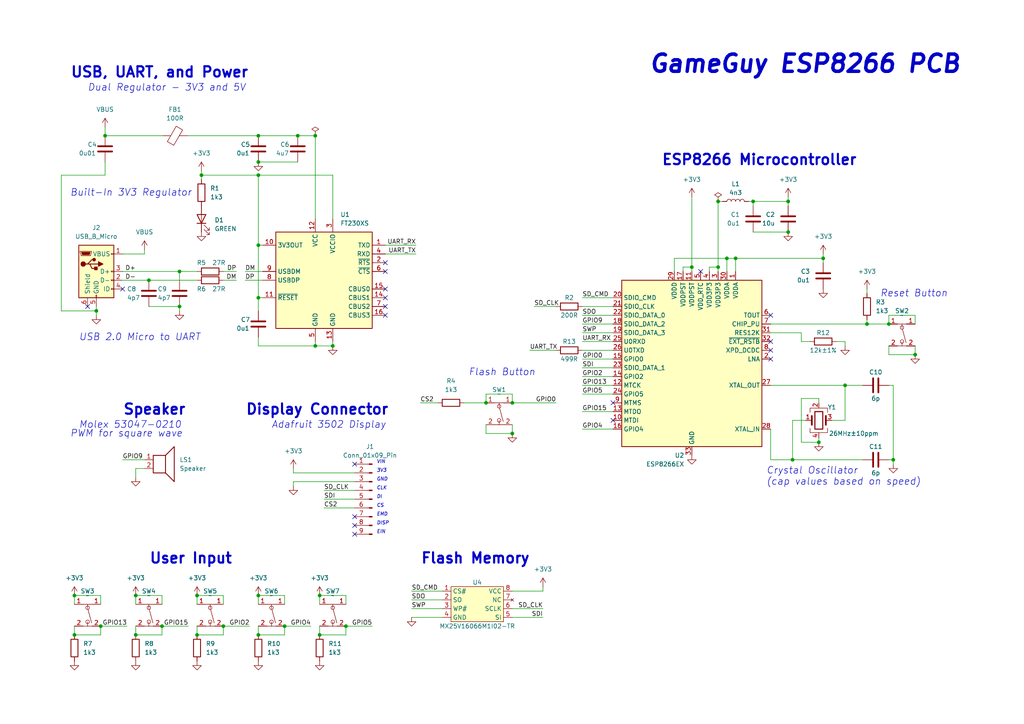
<source format=kicad_sch>
(kicad_sch (version 20231120) (generator "eeschema") (generator_version "8.0")
  (paper "A4")
  (title_block (title "GamerGuy") (date "2024-06-24") (rev "0.1") (company "Isaac Longo") (comment 1 "Untested and Unrevised"))
  (lib_symbols
    (symbol "Connector:Conn_01x09_Pin" (pin_names (offset 1.016) hide)
      (property "Reference" "J" (at 0 12.7 0))
      (property "Value" "Conn_01x09_Pin" (at 0 -12.7 0))
      (symbol "Conn_01x09_Pin_1_1"
        (pin passive line (at 5.08 10.16 180) (length 3.81) (name "Pin_1") (number "1"))
        (pin passive line (at 5.08 7.62 180) (length 3.81) (name "Pin_2") (number "2"))
        (pin passive line (at 5.08 5.08 180) (length 3.81) (name "Pin_3") (number "3"))
        (pin passive line (at 5.08 2.54 180) (length 3.81) (name "Pin_4") (number "4"))
        (pin passive line (at 5.08 0 180) (length 3.81) (name "Pin_5") (number "5"))
        (pin passive line (at 5.08 -2.54 180) (length 3.81) (name "Pin_6") (number "6"))
        (pin passive line (at 5.08 -5.08 180) (length 3.81) (name "Pin_7") (number "7"))
        (pin passive line (at 5.08 -7.62 180) (length 3.81) (name "Pin_8") (number "8"))
        (pin passive line (at 5.08 -10.16 180) (length 3.81) (name "Pin_9") (number "9"))
      )
    )
    (symbol "Connector:USB_B_Micro" (pin_names (offset 1.016))
      (property "Reference" "J" (at -5.08 11.43 0))
      (property "Value" "USB_B_Micro" (at -5.08 8.89 0))
      (symbol "USB_B_Micro_1_1"
        (pin power_out line (at 7.62 5.08 180) (length 2.54) (name "VBUS") (number "1"))
        (pin bidirectional line (at 7.62 -2.54 180) (length 2.54) (name "D-") (number "2"))
        (pin bidirectional line (at 7.62 0 180) (length 2.54) (name "D+") (number "3"))
        (pin passive line (at 7.62 -5.08 180) (length 2.54) (name "ID") (number "4"))
        (pin power_out line (at 0 -10.16 90) (length 2.54) (name "GND") (number "5"))
        (pin passive line (at -2.54 -10.16 90) (length 2.54) (name "Shield") (number "6"))
      )
    )
    (symbol "Device:C" (pin_numbers hide) (pin_names (offset 0.254))
      (property "Reference" "C" (at 0.635 2.54 0))
      (property "Value" "C" (at 0.635 -2.54 0))
      (symbol "C_1_1"
        (pin passive line (at 0 3.81 270) (length 2.794) (name "~") (number "1"))
        (pin passive line (at 0 -3.81 90) (length 2.794) (name "~") (number "2"))
      )
    )
    (symbol "Device:Crystal_GND24" (pin_names (offset 1.016) hide)
      (property "Reference" "Y" (at 3.175 5.08 0))
      (property "Value" "Crystal_GND24" (at 3.175 3.175 0))
      (symbol "Crystal_GND24_1_1"
        (pin passive line (at -3.81 0 0) (length 1.27) (name "1") (number "1"))
        (pin passive line (at 0 5.08 270) (length 1.27) (name "2") (number "2"))
        (pin passive line (at 3.81 0 180) (length 1.27) (name "3") (number "3"))
        (pin passive line (at 0 -5.08 90) (length 1.27) (name "4") (number "4"))
      )
    )
    (symbol "Device:FerriteBead" (pin_numbers hide) (pin_names (offset 0))
      (property "Reference" "FB" (at -3.81 0.635 90))
      (property "Value" "FerriteBead" (at 3.81 0 90))
      (symbol "FerriteBead_1_1"
        (pin passive line (at 0 3.81 270) (length 2.54) (name "~") (number "1"))
        (pin passive line (at 0 -3.81 90) (length 2.54) (name "~") (number "2"))
      )
    )
    (symbol "Device:L" (pin_numbers hide) (pin_names (offset 1.016) hide)
      (property "Reference" "L" (at -1.27 0 90))
      (property "Value" "L" (at 1.905 0 90))
      (symbol "L_1_1"
        (pin passive line (at 0 3.81 270) (length 1.27) (name "1") (number "1"))
        (pin passive line (at 0 -3.81 90) (length 1.27) (name "2") (number "2"))
      )
    )
    (symbol "Device:LED" (pin_numbers hide) (pin_names (offset 1.016) hide)
      (property "Reference" "D" (at 0 2.54 0))
      (property "Value" "LED" (at 0 -2.54 0))
      (symbol "LED_1_1"
        (pin passive line (at -3.81 0 0) (length 2.54) (name "K") (number "1"))
        (pin passive line (at 3.81 0 180) (length 2.54) (name "A") (number "2"))
      )
    )
    (symbol "Device:R" (pin_numbers hide) (pin_names (offset 0))
      (property "Reference" "R" (at 2.032 0 90))
      (property "Value" "R" (at 0 0 90))
      (symbol "R_1_1"
        (pin passive line (at 0 3.81 270) (length 1.27) (name "~") (number "1"))
        (pin passive line (at 0 -3.81 90) (length 1.27) (name "~") (number "2"))
      )
    )
    (symbol "Device:Speaker" (pin_names (offset 0) hide)
      (property "Reference" "LS" (at 1.27 5.715 0))
      (property "Value" "Speaker" (at 1.27 3.81 0))
      (symbol "Speaker_1_1"
        (pin input line (at -5.08 0 0) (length 2.54) (name "1") (number "1"))
        (pin input line (at -5.08 -2.54 0) (length 2.54) (name "2") (number "2"))
      )
    )
    (symbol "Interface_USB:FT230XS"
      (property "Reference" "U" (at -13.97 15.24 0))
      (property "Value" "FT230XS" (at 7.62 15.24 0))
      (symbol "FT230XS_1_1"
        (pin output line (at 17.78 10.16 180) (length 3.81) (name "TXD") (number "1"))
        (pin power_out line (at -17.78 10.16 0) (length 3.81) (name "3V3OUT") (number "10"))
        (pin input line (at -17.78 -5.08 0) (length 3.81) (name "~{RESET}") (number "11"))
        (pin power_in line (at -2.54 17.78 270) (length 3.81) (name "VCC") (number "12"))
        (pin power_in line (at 2.54 -17.78 90) (length 3.81) (name "GND") (number "13"))
        (pin bidirectional line (at 17.78 -5.08 180) (length 3.81) (name "CBUS1") (number "14"))
        (pin bidirectional line (at 17.78 -2.54 180) (length 3.81) (name "CBUS0") (number "15"))
        (pin bidirectional line (at 17.78 -10.16 180) (length 3.81) (name "CBUS3") (number "16"))
        (pin output line (at 17.78 5.08 180) (length 3.81) (name "~{RTS}") (number "2"))
        (pin power_in line (at 2.54 17.78 270) (length 3.81) (name "VCCIO") (number "3"))
        (pin input line (at 17.78 7.62 180) (length 3.81) (name "RXD") (number "4"))
        (pin power_in line (at -2.54 -17.78 90) (length 3.81) (name "GND") (number "5"))
        (pin input line (at 17.78 2.54 180) (length 3.81) (name "~{CTS}") (number "6"))
        (pin bidirectional line (at 17.78 -7.62 180) (length 3.81) (name "CBUS2") (number "7"))
        (pin bidirectional line (at -17.78 0 0) (length 3.81) (name "USBDP") (number "8"))
        (pin bidirectional line (at -17.78 2.54 0) (length 3.81) (name "USBDM") (number "9"))
      )
    )
    (symbol "MCU_Espressif:ESP8266EX"
      (property "Reference" "U" (at 0 2.54 0))
      (property "Value" "ESP8266EX" (at 0 -2.54 0))
      (symbol "ESP8266EX_1_1"
        (pin power_in line (at -12.7 25.4 270) (length 2.54) (name "VDDA") (number "1"))
        (pin bidirectional line (at 22.86 -17.78 180) (length 2.54) (name "MTDI") (number "10"))
        (pin power_in line (at 0 25.4 270) (length 2.54) (name "VDDPST") (number "11"))
        (pin bidirectional line (at 22.86 -7.62 180) (length 2.54) (name "MTCK") (number "12"))
        (pin bidirectional line (at 22.86 -15.24 180) (length 2.54) (name "MTDO") (number "13"))
        (pin bidirectional line (at 22.86 -5.08 180) (length 2.54) (name "GPIO2") (number "14"))
        (pin bidirectional line (at 22.86 0 180) (length 2.54) (name "GPIO0") (number "15"))
        (pin bidirectional line (at 22.86 -20.32 180) (length 2.54) (name "GPIO4") (number "16"))
        (pin power_in line (at 2.54 25.4 270) (length 2.54) (name "VDDPST") (number "17"))
        (pin bidirectional line (at 22.86 10.16 180) (length 2.54) (name "SDIO_DATA_2") (number "18"))
        (pin bidirectional line (at 22.86 7.62 180) (length 2.54) (name "SDIO_DATA_3") (number "19"))
        (pin bidirectional line (at -22.86 0 0) (length 2.54) (name "LNA") (number "2"))
        (pin bidirectional line (at 22.86 17.78 180) (length 2.54) (name "SDIO_CMD") (number "20"))
        (pin bidirectional line (at 22.86 15.24 180) (length 2.54) (name "SDIO_CLK") (number "21"))
        (pin bidirectional line (at 22.86 12.7 180) (length 2.54) (name "SDIO_DATA_0") (number "22"))
        (pin bidirectional line (at 22.86 -2.54 180) (length 2.54) (name "SDIO_DATA_1") (number "23"))
        (pin bidirectional line (at 22.86 -10.16 180) (length 2.54) (name "GPIO5") (number "24"))
        (pin bidirectional line (at 22.86 5.08 180) (length 2.54) (name "U0RXD") (number "25"))
        (pin bidirectional line (at 22.86 2.54 180) (length 2.54) (name "U0TXD") (number "26"))
        (pin bidirectional line (at -22.86 -7.62 0) (length 2.54) (name "XTAL_OUT") (number "27"))
        (pin bidirectional line (at -22.86 -20.32 0) (length 2.54) (name "XTAL_IN") (number "28"))
        (pin power_in line (at 5.08 25.4 270) (length 2.54) (name "VDDD") (number "29"))
        (pin power_in line (at -7.62 25.4 270) (length 2.54) (name "VDD3P3") (number "3"))
        (pin power_in line (at -10.16 25.4 270) (length 2.54) (name "VDDA") (number "30"))
        (pin input line (at -22.86 7.62 0) (length 2.54) (name "RES12K") (number "31"))
        (pin input line (at -22.86 5.08 0) (length 2.54) (name "~{EXT_RSTB}") (number "32"))
        (pin power_in line (at 0 -27.94 90) (length 2.54) (name "GND") (number "33"))
        (pin power_in line (at -5.08 25.4 270) (length 2.54) (name "VDD3P3") (number "4"))
        (pin power_in line (at -2.54 25.4 270) (length 2.54) (name "VDD_RTC") (number "5"))
        (pin input line (at -22.86 12.7 0) (length 2.54) (name "TOUT") (number "6"))
        (pin input line (at -22.86 10.16 0) (length 2.54) (name "CHIP_PU") (number "7"))
        (pin bidirectional line (at -22.86 2.54 0) (length 2.54) (name "XPD_DCDC") (number "8"))
        (pin bidirectional line (at 22.86 -12.7 180) (length 2.54) (name "MTMS") (number "9"))
      )
    )
    (symbol "based_lib:MX25V16066M1I02-TR"
      (property "Reference" "U" (at 0 0 0))
      (symbol "MX25V16066M1I02-TR_1_1"
        (pin input line (at -10.16 -2.54 0) (length 2.54) (name "CS#") (number "1"))
        (pin output line (at -10.16 -5.08 0) (length 2.54) (name "SO") (number "2"))
        (pin input line (at -10.16 -7.62 0) (length 2.54) (name "WP#") (number "3"))
        (pin power_in line (at -10.16 -10.16 0) (length 2.54) (name "GND") (number "4"))
        (pin input line (at 10.16 -10.16 180) (length 2.54) (name "SI") (number "5"))
        (pin input line (at 10.16 -7.62 180) (length 2.54) (name "SCLK") (number "6"))
        (pin no_connect line (at 10.16 -5.08 180) (length 2.54) (name "NC") (number "7"))
        (pin power_in line (at 10.16 -2.54 180) (length 2.54) (name "VCC") (number "8"))
      )
    )
    (symbol "based_lib:SW_SPST_TL3305A"
      (property "Reference" "SW" (at 0 0 0))
      (symbol "SW_SPST_TL3305A_1_1"
        (pin passive line (at -3.81 -2.54 0) (length 2.54) (name "") (number "1"))
        (pin passive line (at 3.81 -2.54 180) (length 2.54) (name "") (number "1"))
        (pin passive line (at -3.81 -8.89 0) (length 2.54) (name "") (number "2"))
        (pin passive line (at 3.81 -8.89 180) (length 2.54) (name "") (number "2"))
      )
    )
    (symbol "power:+3V3" (power) (pin_names (offset 0))
      (property "Value" "+3V3" (at 0 3.556 0))
      (symbol "+3V3_1_1"
        (pin power_in line (at 0 0 90) (length 0) hide (name "+3V3") (number "1"))
      )
    )
    (symbol "power:GND" (power) (pin_names (offset 0))
      (property "Value" "GND" (at 0 -3.81 0))
      (symbol "GND_1_1"
        (pin power_in line (at 0 0 270) (length 0) hide (name "GND") (number "1"))
      )
    )
    (symbol "power:PWR_FLAG" (power) (pin_numbers hide) (pin_names (offset 0) hide)
      (property "Value" "PWR_FLAG" (at 0 3.81 0))
      (symbol "PWR_FLAG_0_0"
        (pin power_out line (at 0 0 90) (length 0) (name "pwr") (number "1"))
      )
    )
    (symbol "power:VBUS" (power) (pin_names (offset 0))
      (property "Value" "VBUS" (at 0 3.81 0))
      (symbol "VBUS_1_1"
        (pin power_in line (at 0 0 90) (length 0) hide (name "VBUS") (number "1"))
      )
    )
  )
  (junction (at 100.33 181.61))
  (junction (at 39.37 172.72))
  (junction (at 74.93 71.12))
  (junction (at 148.59 116.84))
  (junction (at 29.21 181.61))
  (junction (at 228.6 58.42))
  (junction (at 148.59 125.73))
  (junction (at 229.87 133.35))
  (junction (at 58.42 50.8))
  (junction (at 237.49 128.27))
  (junction (at 208.28 58.42))
  (junction (at 238.76 74.93))
  (junction (at 74.93 172.72))
  (junction (at 39.37 184.15))
  (junction (at 46.99 181.61))
  (junction (at 92.71 172.72))
  (junction (at 64.77 181.61))
  (junction (at 210.82 74.93))
  (junction (at 251.46 93.98))
  (junction (at 208.28 77.47))
  (junction (at 30.48 39.37))
  (junction (at 74.93 50.8))
  (junction (at 228.6 67.31))
  (junction (at 74.93 39.37))
  (junction (at 82.55 181.61))
  (junction (at 21.59 184.15))
  (junction (at 57.15 184.15))
  (junction (at 91.44 100.33))
  (junction (at 21.59 172.72))
  (junction (at 27.94 90.17))
  (junction (at 92.71 184.15))
  (junction (at 52.07 78.74))
  (junction (at 257.81 93.98))
  (junction (at 245.11 111.76))
  (junction (at 86.36 39.37))
  (junction (at 74.93 46.99))
  (junction (at 74.93 184.15))
  (junction (at 140.97 116.84))
  (junction (at 74.93 86.36))
  (junction (at 213.36 74.93))
  (junction (at 43.18 81.28))
  (junction (at 96.52 100.33))
  (junction (at 91.44 39.37))
  (junction (at 265.43 102.87))
  (junction (at 52.07 88.9))
  (junction (at 218.44 58.42))
  (junction (at 57.15 172.72))
  (junction (at 200.66 77.47))
  (junction (at 259.08 133.35))
  (no_connect (at 25.4 88.9))
  (no_connect (at 223.52 104.14))
  (no_connect (at 102.87 149.86))
  (no_connect (at 102.87 134.62))
  (no_connect (at 177.8 121.92))
  (no_connect (at 177.8 116.84))
  (no_connect (at 203.2 78.74))
  (no_connect (at 35.56 83.82))
  (no_connect (at 111.76 76.2))
  (no_connect (at 223.52 91.44))
  (no_connect (at 111.76 83.82))
  (no_connect (at 111.76 91.44))
  (no_connect (at 102.87 154.94))
  (no_connect (at 223.52 99.06))
  (no_connect (at 102.87 152.4))
  (no_connect (at 111.76 88.9))
  (no_connect (at 111.76 86.36))
  (no_connect (at 111.76 78.74))
  (no_connect (at 223.52 101.6))
  (wire (pts (xy 93.98 144.78) (xy 102.87 144.78)))
  (wire (pts (xy 257.81 91.44) (xy 265.43 91.44)))
  (wire (pts (xy 30.48 50.8) (xy 30.48 46.99)))
  (wire (pts (xy 140.97 125.73) (xy 148.59 125.73)))
  (wire (pts (xy 251.46 83.82) (xy 251.46 85.09)))
  (wire (pts (xy 43.18 81.28) (xy 35.56 81.28)))
  (wire (pts (xy 148.59 176.53) (xy 157.48 176.53)))
  (wire (pts (xy 21.59 175.26) (xy 21.59 172.72)))
  (wire (pts (xy 210.82 74.93) (xy 210.82 78.74)))
  (wire (pts (xy 237.49 115.57) (xy 232.41 115.57)))
  (wire (pts (xy 119.38 176.53) (xy 128.27 176.53)))
  (wire (pts (xy 17.78 90.17) (xy 27.94 90.17)))
  (wire (pts (xy 177.8 88.9) (xy 168.91 88.9)))
  (wire (pts (xy 29.21 172.72) (xy 29.21 175.26)))
  (wire (pts (xy 17.78 50.8) (xy 30.48 50.8)))
  (wire (pts (xy 257.81 102.87) (xy 265.43 102.87)))
  (wire (pts (xy 119.38 179.07) (xy 128.27 179.07)))
  (wire (pts (xy 237.49 116.84) (xy 237.49 115.57)))
  (wire (pts (xy 140.97 114.3) (xy 148.59 114.3)))
  (wire (pts (xy 198.12 77.47) (xy 198.12 78.74)))
  (wire (pts (xy 210.82 74.93) (xy 195.58 74.93)))
  (wire (pts (xy 74.93 175.26) (xy 74.93 172.72)))
  (wire (pts (xy 85.09 135.89) (xy 85.09 137.16)))
  (wire (pts (xy 223.52 111.76) (xy 245.11 111.76)))
  (wire (pts (xy 168.91 93.98) (xy 177.8 93.98)))
  (wire (pts (xy 232.41 96.52) (xy 223.52 96.52)))
  (wire (pts (xy 153.67 101.6) (xy 161.29 101.6)))
  (wire (pts (xy 228.6 58.42) (xy 228.6 59.69)))
  (wire (pts (xy 39.37 184.15) (xy 46.99 184.15)))
  (wire (pts (xy 168.91 114.3) (xy 177.8 114.3)))
  (wire (pts (xy 82.55 181.61) (xy 90.17 181.61)))
  (wire (pts (xy 259.08 111.76) (xy 259.08 133.35)))
  (wire (pts (xy 223.52 133.35) (xy 229.87 133.35)))
  (wire (pts (xy 57.15 172.72) (xy 64.77 172.72)))
  (wire (pts (xy 74.93 97.79) (xy 74.93 100.33)))
  (wire (pts (xy 208.28 77.47) (xy 208.28 58.42)))
  (wire (pts (xy 119.38 171.45) (xy 128.27 171.45)))
  (wire (pts (xy 257.81 100.33) (xy 257.81 102.87)))
  (wire (pts (xy 218.44 58.42) (xy 218.44 59.69)))
  (wire (pts (xy 257.81 93.98) (xy 257.81 91.44)))
  (wire (pts (xy 64.77 78.74) (xy 68.58 78.74)))
  (wire (pts (xy 228.6 58.42) (xy 218.44 58.42)))
  (wire (pts (xy 52.07 78.74) (xy 57.15 78.74)))
  (wire (pts (xy 27.94 91.44) (xy 27.94 90.17)))
  (wire (pts (xy 134.62 116.84) (xy 140.97 116.84)))
  (wire (pts (xy 265.43 100.33) (xy 265.43 102.87)))
  (wire (pts (xy 251.46 93.98) (xy 257.81 93.98)))
  (wire (pts (xy 228.6 67.31) (xy 218.44 67.31)))
  (wire (pts (xy 257.81 111.76) (xy 259.08 111.76)))
  (wire (pts (xy 121.92 116.84) (xy 127 116.84)))
  (wire (pts (xy 74.93 184.15) (xy 82.55 184.15)))
  (wire (pts (xy 96.52 99.06) (xy 96.52 100.33)))
  (wire (pts (xy 223.52 124.46) (xy 223.52 133.35)))
  (wire (pts (xy 74.93 71.12) (xy 76.2 71.12)))
  (wire (pts (xy 177.8 86.36) (xy 168.91 86.36)))
  (wire (pts (xy 148.59 171.45) (xy 157.48 171.45)))
  (wire (pts (xy 140.97 123.19) (xy 140.97 125.73)))
  (wire (pts (xy 213.36 78.74) (xy 213.36 74.93)))
  (wire (pts (xy 46.99 172.72) (xy 46.99 175.26)))
  (wire (pts (xy 168.91 119.38) (xy 177.8 119.38)))
  (wire (pts (xy 209.55 58.42) (xy 208.28 58.42)))
  (wire (pts (xy 238.76 73.66) (xy 238.76 74.93)))
  (wire (pts (xy 245.11 111.76) (xy 245.11 121.92)))
  (wire (pts (xy 200.66 77.47) (xy 198.12 77.47)))
  (wire (pts (xy 100.33 172.72) (xy 100.33 175.26)))
  (wire (pts (xy 92.71 175.26) (xy 92.71 172.72)))
  (wire (pts (xy 39.37 175.26) (xy 39.37 172.72)))
  (wire (pts (xy 91.44 39.37) (xy 91.44 63.5)))
  (wire (pts (xy 232.41 99.06) (xy 232.41 96.52)))
  (wire (pts (xy 229.87 133.35) (xy 250.19 133.35)))
  (wire (pts (xy 168.91 104.14) (xy 177.8 104.14)))
  (wire (pts (xy 46.99 181.61) (xy 54.61 181.61)))
  (wire (pts (xy 257.81 133.35) (xy 259.08 133.35)))
  (wire (pts (xy 64.77 181.61) (xy 72.39 181.61)))
  (wire (pts (xy 213.36 74.93) (xy 210.82 74.93)))
  (wire (pts (xy 148.59 116.84) (xy 161.29 116.84)))
  (wire (pts (xy 43.18 81.28) (xy 57.15 81.28)))
  (wire (pts (xy 241.3 121.92) (xy 245.11 121.92)))
  (wire (pts (xy 251.46 92.71) (xy 251.46 93.98)))
  (wire (pts (xy 120.65 73.66) (xy 111.76 73.66)))
  (wire (pts (xy 74.93 46.99) (xy 86.36 46.99)))
  (wire (pts (xy 21.59 172.72) (xy 29.21 172.72)))
  (wire (pts (xy 168.91 99.06) (xy 177.8 99.06)))
  (wire (pts (xy 74.93 86.36) (xy 76.2 86.36)))
  (wire (pts (xy 213.36 74.93) (xy 238.76 74.93)))
  (wire (pts (xy 74.93 181.61) (xy 74.93 184.15)))
  (wire (pts (xy 168.91 111.76) (xy 177.8 111.76)))
  (wire (pts (xy 177.8 106.68) (xy 168.91 106.68)))
  (wire (pts (xy 148.59 179.07) (xy 157.48 179.07)))
  (wire (pts (xy 43.18 88.9) (xy 52.07 88.9)))
  (wire (pts (xy 93.98 142.24) (xy 102.87 142.24)))
  (wire (pts (xy 74.93 71.12) (xy 74.93 86.36)))
  (wire (pts (xy 74.93 39.37) (xy 86.36 39.37)))
  (wire (pts (xy 58.42 50.8) (xy 74.93 50.8)))
  (wire (pts (xy 232.41 115.57) (xy 232.41 128.27)))
  (wire (pts (xy 52.07 81.28) (xy 52.07 78.74)))
  (wire (pts (xy 41.91 73.66) (xy 41.91 72.39)))
  (wire (pts (xy 57.15 184.15) (xy 64.77 184.15)))
  (wire (pts (xy 120.65 71.12) (xy 111.76 71.12)))
  (wire (pts (xy 57.15 175.26) (xy 57.15 172.72)))
  (wire (pts (xy 64.77 81.28) (xy 68.58 81.28)))
  (wire (pts (xy 52.07 88.9) (xy 52.07 90.17)))
  (wire (pts (xy 168.91 109.22) (xy 177.8 109.22)))
  (wire (pts (xy 200.66 78.74) (xy 200.66 77.47)))
  (wire (pts (xy 168.91 124.46) (xy 177.8 124.46)))
  (wire (pts (xy 39.37 172.72) (xy 46.99 172.72)))
  (wire (pts (xy 232.41 128.27) (xy 237.49 128.27)))
  (wire (pts (xy 27.94 90.17) (xy 27.94 88.9)))
  (wire (pts (xy 208.28 77.47) (xy 205.74 77.47)))
  (wire (pts (xy 74.93 39.37) (xy 54.61 39.37)))
  (wire (pts (xy 71.12 81.28) (xy 76.2 81.28)))
  (wire (pts (xy 46.99 181.61) (xy 46.99 184.15)))
  (wire (pts (xy 200.66 57.15) (xy 200.66 77.47)))
  (wire (pts (xy 93.98 147.32) (xy 102.87 147.32)))
  (wire (pts (xy 57.15 181.61) (xy 57.15 184.15)))
  (wire (pts (xy 140.97 116.84) (xy 140.97 114.3)))
  (wire (pts (xy 102.87 137.16) (xy 85.09 137.16)))
  (wire (pts (xy 91.44 100.33) (xy 74.93 100.33)))
  (wire (pts (xy 238.76 74.93) (xy 238.76 76.2)))
  (wire (pts (xy 259.08 133.35) (xy 259.08 134.62)))
  (wire (pts (xy 195.58 74.93) (xy 195.58 78.74)))
  (wire (pts (xy 39.37 135.89) (xy 39.37 138.43)))
  (wire (pts (xy 64.77 181.61) (xy 64.77 184.15)))
  (wire (pts (xy 154.94 88.9) (xy 161.29 88.9)))
  (wire (pts (xy 177.8 91.44) (xy 168.91 91.44)))
  (wire (pts (xy 35.56 73.66) (xy 41.91 73.66)))
  (wire (pts (xy 85.09 139.7) (xy 102.87 139.7)))
  (wire (pts (xy 218.44 58.42) (xy 217.17 58.42)))
  (wire (pts (xy 229.87 121.92) (xy 233.68 121.92)))
  (wire (pts (xy 100.33 181.61) (xy 107.95 181.61)))
  (wire (pts (xy 228.6 57.15) (xy 228.6 58.42)))
  (wire (pts (xy 74.93 50.8) (xy 74.93 71.12)))
  (wire (pts (xy 92.71 172.72) (xy 100.33 172.72)))
  (wire (pts (xy 205.74 77.47) (xy 205.74 78.74)))
  (wire (pts (xy 245.11 99.06) (xy 245.11 100.33)))
  (wire (pts (xy 177.8 96.52) (xy 168.91 96.52)))
  (wire (pts (xy 74.93 172.72) (xy 82.55 172.72)))
  (wire (pts (xy 91.44 100.33) (xy 96.52 100.33)))
  (wire (pts (xy 30.48 39.37) (xy 46.99 39.37)))
  (wire (pts (xy 74.93 86.36) (xy 74.93 90.17)))
  (wire (pts (xy 21.59 181.61) (xy 21.59 184.15)))
  (wire (pts (xy 223.52 93.98) (xy 251.46 93.98)))
  (wire (pts (xy 148.59 114.3) (xy 148.59 116.84)))
  (wire (pts (xy 242.57 99.06) (xy 245.11 99.06)))
  (wire (pts (xy 35.56 78.74) (xy 52.07 78.74)))
  (wire (pts (xy 265.43 91.44) (xy 265.43 93.98)))
  (wire (pts (xy 86.36 39.37) (xy 91.44 39.37)))
  (wire (pts (xy 30.48 36.83) (xy 30.48 39.37)))
  (wire (pts (xy 119.38 173.99) (xy 128.27 173.99)))
  (wire (pts (xy 41.91 135.89) (xy 39.37 135.89)))
  (wire (pts (xy 85.09 139.7) (xy 85.09 140.97)))
  (wire (pts (xy 71.12 78.74) (xy 76.2 78.74)))
  (wire (pts (xy 208.28 78.74) (xy 208.28 77.47)))
  (wire (pts (xy 21.59 184.15) (xy 29.21 184.15)))
  (wire (pts (xy 148.59 123.19) (xy 148.59 125.73)))
  (wire (pts (xy 100.33 181.61) (xy 100.33 184.15)))
  (wire (pts (xy 232.41 99.06) (xy 234.95 99.06)))
  (wire (pts (xy 29.21 181.61) (xy 29.21 184.15)))
  (wire (pts (xy 82.55 172.72) (xy 82.55 175.26)))
  (wire (pts (xy 74.93 50.8) (xy 96.52 50.8)))
  (wire (pts (xy 229.87 121.92) (xy 229.87 133.35)))
  (wire (pts (xy 92.71 184.15) (xy 100.33 184.15)))
  (wire (pts (xy 29.21 181.61) (xy 36.83 181.61)))
  (wire (pts (xy 168.91 101.6) (xy 177.8 101.6)))
  (wire (pts (xy 35.56 133.35) (xy 41.91 133.35)))
  (wire (pts (xy 237.49 128.27) (xy 237.49 127)))
  (wire (pts (xy 58.42 50.8) (xy 58.42 52.07)))
  (wire (pts (xy 64.77 172.72) (xy 64.77 175.26)))
  (wire (pts (xy 157.48 170.18) (xy 157.48 171.45)))
  (wire (pts (xy 96.52 63.5) (xy 96.52 50.8)))
  (wire (pts (xy 245.11 111.76) (xy 250.19 111.76)))
  (wire (pts (xy 39.37 181.61) (xy 39.37 184.15)))
  (wire (pts (xy 17.78 90.17) (xy 17.78 50.8)))
  (wire (pts (xy 58.42 49.53) (xy 58.42 50.8)))
  (wire (pts (xy 92.71 181.61) (xy 92.71 184.15)))
  (wire (pts (xy 82.55 181.61) (xy 82.55 184.15)))
  (wire (pts (xy 91.44 99.06) (xy 91.44 100.33)))
  (text "USB, UART, and Power" (at 20.32 22.86 0) (effects (font (size 3 3) (thickness 0.6) (bold yes)) (justify left bottom)))
  (text "EIN" (at 109.22 154.94 0) (effects (font (size 1 1) (italic yes)) (justify left bottom)))
  (text "Flash Memory" (at 121.92 163.83 0) (effects (font (size 3 3) (thickness 0.6) (bold yes)) (justify left bottom)))
  (text "Molex 53047-0210" (at 22.86 124.46 0) (effects (font (size 2 2) (italic yes)) (justify left bottom)))
  (text "GND" (at 109.22 139.7 0) (effects (font (size 1 1) (italic yes)) (justify left bottom)))
  (text "3V3" (at 109.22 137.16 0) (effects (font (size 1 1) (italic yes)) (justify left bottom)))
  (text "Crystal Oscillator\n(cap values based on speed)" (at 222.25 140.97 0) (effects (font (size 2 2) (italic yes)) (justify left bottom)))
  (text "USB 2.0 Micro to UART" (at 22.86 99.06 0) (effects (font (size 2 2) (italic yes)) (justify left bottom)))
  (text "ESP8266 Microcontroller" (at 191.77 48.26 0) (effects (font (size 3 3) (thickness 0.6) (bold yes)) (justify left bottom)))
  (text "DISP" (at 109.22 152.4 0) (effects (font (size 1 1) (italic yes)) (justify left bottom)))
  (text "Built-In 3V3 Regulator" (at 20.32 57.15 0) (effects (font (size 2 2) (italic yes)) (justify left bottom)))
  (text "GameGuy ESP8266 PCB" (at 187.96 21.59 0) (effects (font (size 5 5) (thickness 1) (bold yes) (italic yes)) (justify left bottom)))
  (text "CLK" (at 109.22 142.24 0) (effects (font (size 1 1) (italic yes)) (justify left bottom)))
  (text "Dual Regulator - 3V3 and 5V" (at 25.4 26.67 0) (effects (font (size 2 2) (italic yes)) (justify left bottom)))
  (text "Adafruit 3502 Display" (at 78.74 124.46 0) (effects (font (size 2 2) (italic yes)) (justify left bottom)))
  (text "EMD" (at 109.22 149.86 0) (effects (font (size 1 1) (italic yes)) (justify left bottom)))
  (text "Reset Button" (at 255.27 86.36 0) (effects (font (size 2 2) (italic yes)) (justify left bottom)))
  (text "DI" (at 109.22 144.78 0) (effects (font (size 1 1) (italic yes)) (justify left bottom)))
  (text "User Input" (at 43.18 163.83 0) (effects (font (size 3 3) (thickness 0.6) (bold yes)) (justify left bottom)))
  (text "PWM for square wave" (at 20.32 127 0) (effects (font (size 2 2) (italic yes)) (justify left bottom)))
  (text "Speaker" (at 35.56 120.65 0) (effects (font (size 3 3) (thickness 0.6) (bold yes)) (justify left bottom)))
  (text "Display Connector" (at 71.12 120.65 0) (effects (font (size 3 3) (thickness 0.6) (bold yes)) (justify left bottom)))
  (text "CS" (at 109.22 147.32 0) (effects (font (size 1 1) (italic yes)) (justify left bottom)))
  (text "Flash Button" (at 135.89 109.22 0) (effects (font (size 2 2) (italic yes)) (justify left bottom)))
  (text "VIN" (at 109.22 134.62 0) (effects (font (size 1 1) (italic yes)) (justify left bottom)))
  (label "SDI" (at 93.98 144.78 0))
  (label "UART_TX" (at 153.67 101.6 0))
  (label "GPIO5" (at 168.91 114.3 0))
  (label "SD_CMD" (at 168.91 86.36 0))
  (label "GPIO4" (at 90.17 181.61 180))
  (label "GPIO9" (at 35.56 133.35 0))
  (label "SD_CLK" (at 93.98 142.24 0))
  (label "DM" (at 68.58 81.28 180))
  (label "D-" (at 39.37 81.28 180))
  (label "GPIO4" (at 168.91 124.46 0))
  (label "UART_RX" (at 168.91 99.06 0))
  (label "GPIO15" (at 168.91 119.38 0))
  (label "SDO" (at 168.91 91.44 0))
  (label "SWP" (at 119.38 176.53 0))
  (label "UART_RX" (at 120.65 71.12 180))
  (label "SDO" (at 119.38 173.99 0))
  (label "SWP" (at 168.91 96.52 0))
  (label "CS2" (at 93.98 147.32 0))
  (label "D+" (at 39.37 78.74 180))
  (label "SDI" (at 168.91 106.68 0))
  (label "GPIO13" (at 168.91 111.76 0))
  (label "SD_CLK" (at 154.94 88.9 0))
  (label "SDI" (at 157.48 179.07 180))
  (label "UART_TX" (at 120.65 73.66 180))
  (label "GPIO5" (at 107.95 181.61 180))
  (label "GPIO15" (at 54.61 181.61 180))
  (label "GPIO9" (at 168.91 93.98 0))
  (label "GPIO0" (at 161.29 116.84 180))
  (label "SD_CMD" (at 119.38 171.45 0))
  (label "GPIO13" (at 36.83 181.61 180))
  (label "GPIO0" (at 168.91 104.14 0))
  (label "DP" (at 71.12 81.28 0))
  (label "CS2" (at 121.92 116.84 0))
  (label "DM" (at 71.12 78.74 0))
  (label "GPIO2" (at 168.91 109.22 0))
  (label "GPIO2" (at 72.39 181.61 180))
  (label "SD_CLK" (at 157.48 176.53 180))
  (label "DP" (at 68.58 78.74 180))
  (symbol (lib_id "based_lib:SW_SPST_TL3305A") (at 60.96 172.72 0) (unit 1)
    (property "Reference" "SW5" (at 60.96 171.45 0))
    (property "Value" "~" (at 60.96 172.72 0))
    (property "Footprint" "Button_Switch_SMD:SW_SPST_TL3305A" (effects (hide yes)))
    (property "Link" "https://www.mouser.com/ProductDetail/E-Switch/TL3305AF160QG?qs=UrFqKgNWc7RTylqwItwDfw%3D%3D" (effects (hide yes)))
  )
  (symbol (lib_id "Interface_USB:FT230XS") (at 93.98 81.28 0) (unit 1)
    (property "Reference" "U1" (at 98.7141 62.23 0) (effects (justify left)))
    (property "Value" "FT230XS" (at 98.7141 64.77 0) (effects (justify left)))
    (property "Footprint" "Package_SO:SSOP-16_3.9x4.9mm_P0.635mm" (effects (hide yes)))
    (property "Datasheet" "https://www.ftdichip.com/Support/Documents/DataSheets/ICs/DS_FT230X.pdf" (effects (hide yes)))
    (property "Link" "https://www.mouser.com/ProductDetail/FTDI/FT230XS-U?qs=sGAEpiMZZMsX%252BY3VKDPZyP5eriYtgtkavaou6tk%2F0oE%3D" (effects (hide yes)))
  )
  (symbol (lib_id "power:+3V3") (at 200.66 57.15 0) (mirror y) (unit 1)
    (property "Reference" "#PWR01" (effects (hide yes)))
    (property "Value" "+3V3" (at 200.66 52.07 0))
  )
  (symbol (lib_id "Device:R") (at 165.1 101.6 90) (unit 1)
    (property "Reference" "R13" (at 165.1 99.06 90))
    (property "Value" "499R" (at 165.1 104.14 90))
    (property "Footprint" "Resistor_SMD:R_0805_2012Metric" (effects (hide yes)))
    (property "Link" "https://www.mouser.com/ProductDetail/YAGEO/RT0805DRD07499RL?qs=4CyHz7GXqSgONAK23THdqg%3D%3D" (effects (hide yes)))
  )
  (symbol (lib_id "Device:R") (at 165.1 88.9 90) (unit 1)
    (property "Reference" "R2" (at 165.1 86.36 90))
    (property "Value" "200R" (at 165.1 91.44 90))
    (property "Footprint" "Resistor_SMD:R_0805_2012Metric" (effects (hide yes)))
    (property "Link" "https://www.mouser.com/ProductDetail/YAGEO/AC0805FR-07200RL?qs=sGAEpiMZZMtG0KNrPCHnjYeIEeqEoOVA6Kwbm%2FZFn4Y%3D" (effects (hide yes)))
  )
  (symbol (lib_id "power:GND") (at 74.93 191.77 0) (mirror y) (unit 1)
    (property "Reference" "#PWR039" (effects (hide yes)))
    (property "Value" "GND" (effects (hide yes)))
  )
  (symbol (lib_id "power:VBUS") (at 41.91 72.39 0) (unit 1)
    (property "Reference" "#PWR010" (effects (hide yes)))
    (property "Value" "VBUS" (at 41.91 67.31 0))
  )
  (symbol (lib_id "Device:C") (at 254 133.35 90) (unit 1)
    (property "Reference" "C11" (at 254 129.54 90))
    (property "Value" "6p" (at 254 137.16 90))
    (property "Footprint" "Capacitor_SMD:C_0805_2012Metric" (effects (hide yes)))
    (property "Link" "https://www.mouser.com/ProductDetail/Walsin/0805N6R0D500CT?qs=ZrPdAQfJ6DOL0czepgpCBQ%3D%3D" (effects (hide yes)))
  )
  (symbol (lib_id "power:+3V3") (at 228.6 57.15 0) (mirror y) (unit 1)
    (property "Reference" "#PWR02" (effects (hide yes)))
    (property "Value" "+3V3" (at 228.6 52.07 0))
  )
  (symbol (lib_id "Device:C") (at 52.07 85.09 0) (unit 1)
    (property "Reference" "C9" (at 45.72 83.82 0) (effects (justify left)))
    (property "Value" "4p7" (at 45.72 86.36 0) (effects (justify left)))
    (property "Footprint" "Capacitor_SMD:C_0805_2012Metric" (effects (hide yes)))
    (property "Link" "https://www.mouser.com/ProductDetail/Walsin/0805N4R7B160CT?qs=ZrPdAQfJ6DO8mxTyxz20kg%3D%3D" (effects (hide yes)))
  )
  (symbol (lib_id "Device:R") (at 21.59 187.96 0) (unit 1)
    (property "Reference" "R7" (at 24.13 186.69 0) (effects (justify left)))
    (property "Value" "1k3" (at 24.13 189.23 0) (effects (justify left)))
    (property "Footprint" "Resistor_SMD:R_0805_2012Metric" (effects (hide yes)))
    (property "Link" "https://www.mouser.com/ProductDetail/YAGEO/RC0805FR-071K3L?qs=sGAEpiMZZMtG0KNrPCHnjTtiZEI2zSDgdfkliGKY8kw%3D" (effects (hide yes)))
  )
  (symbol (lib_id "power:+3V3") (at 57.15 172.72 0) (mirror y) (unit 1)
    (property "Reference" "#PWR033" (effects (hide yes)))
    (property "Value" "+3V3" (at 57.15 167.64 0))
  )
  (symbol (lib_id "Device:C") (at 238.76 80.01 0) (mirror y) (unit 1)
    (property "Reference" "C3" (at 234.95 78.74 0) (effects (justify left)))
    (property "Value" "0u1" (at 234.95 81.28 0) (effects (justify left)))
    (property "Footprint" "Capacitor_SMD:C_0805_2012Metric" (effects (hide yes)))
    (property "Link" "https://www.mouser.com/ProductDetail/KYOCERA-AVX/08055C104M4T4A?qs=xMTsDkQFXIy%252BVvJLAuiCrA%3D%3D" (effects (hide yes)))
  )
  (symbol (lib_id "power:GND") (at 52.07 90.17 0) (unit 1)
    (property "Reference" "#PWR016" (effects (hide yes)))
    (property "Value" "GND" (effects (hide yes)))
  )
  (symbol (lib_id "Device:C") (at 254 111.76 90) (unit 1)
    (property "Reference" "C10" (at 254 107.95 90))
    (property "Value" "6p" (at 254 115.57 90))
    (property "Footprint" "Capacitor_SMD:C_0805_2012Metric" (effects (hide yes)))
    (property "Link" "https://www.mouser.com/ProductDetail/Walsin/0805N6R0D500CT?qs=ZrPdAQfJ6DOL0czepgpCBQ%3D%3D" (effects (hide yes)))
  )
  (symbol (lib_id "power:+3V3") (at 157.48 170.18 0) (unit 1)
    (property "Reference" "#PWR029" (effects (hide yes)))
    (property "Value" "+3V3" (at 157.48 165.1 0))
  )
  (symbol (lib_id "Device:FerriteBead") (at 50.8 39.37 90) (unit 1)
    (property "Reference" "FB1" (at 50.7492 31.75 90))
    (property "Value" "100R" (at 50.7492 34.29 90))
    (property "Footprint" "Resistor_SMD:R_0805_2012Metric" (effects (hide yes)))
    (property "Link" "https://www.mouser.com/ProductDetail/Bussmann-Eaton/MFBM1V2012-101-R?qs=W%2FMpXkg%252BdQ5wt91tCrpcqw%3D%3D" (effects (hide yes)))
  )
  (symbol (lib_id "power:GND") (at 96.52 100.33 0) (unit 1)
    (property "Reference" "#PWR011" (effects (hide yes)))
    (property "Value" "GND" (effects (hide yes)))
  )
  (symbol (lib_id "based_lib:SW_SPST_TL3305A") (at 43.18 172.72 0) (unit 1)
    (property "Reference" "SW4" (at 43.18 171.45 0))
    (property "Value" "~" (at 43.18 172.72 0))
    (property "Footprint" "Button_Switch_SMD:SW_SPST_TL3305A" (effects (hide yes)))
    (property "Link" "https://www.mouser.com/ProductDetail/E-Switch/TL3305AF160QG?qs=UrFqKgNWc7RTylqwItwDfw%3D%3D" (effects (hide yes)))
  )
  (symbol (lib_id "power:GND") (at 21.59 191.77 0) (mirror y) (unit 1)
    (property "Reference" "#PWR036" (effects (hide yes)))
    (property "Value" "GND" (effects (hide yes)))
  )
  (symbol (lib_id "Device:L") (at 213.36 58.42 270) (mirror x) (unit 1)
    (property "Reference" "L1" (at 213.36 53.34 90))
    (property "Value" "4n3" (at 213.36 55.88 90))
    (property "Footprint" "Inductor_SMD:L_0603_1608Metric" (effects (hide yes)))
    (property "Link" "https://www.mouser.com/ProductDetail/Murata-Electronics/LQW18AN4N3C80D?qs=sGAEpiMZZMv126LJFLh8yyRgQr2B5z4Y2KDJ8VM4qQ0%3D" (effects (hide yes)))
  )
  (symbol (lib_id "power:+3V3") (at 74.93 172.72 0) (mirror y) (unit 1)
    (property "Reference" "#PWR034" (effects (hide yes)))
    (property "Value" "+3V3" (at 74.93 167.64 0))
  )
  (symbol (lib_id "power:GND") (at 119.38 179.07 0) (unit 1)
    (property "Reference" "#PWR030" (effects (hide yes)))
    (property "Value" "GND" (effects (hide yes)))
  )
  (symbol (lib_id "Device:C") (at 30.48 43.18 0) (unit 1)
    (property "Reference" "C4" (at 25.4 41.91 0) (effects (justify left)))
    (property "Value" "0u01" (at 22.86 44.45 0) (effects (justify left)))
    (property "Footprint" "Capacitor_SMD:C_0805_2012Metric" (effects (hide yes)))
    (property "Link" "https://www.mouser.com/ProductDetail/KYOCERA-AVX/08055C103MAT2A?qs=rjW0lv%2FNY4NxNqpy9wNwYg%3D%3D" (effects (hide yes)))
  )
  (symbol (lib_id "Connector:USB_B_Micro") (at 27.94 78.74 0) (unit 1)
    (property "Reference" "J2" (at 27.94 66.04 0))
    (property "Value" "USB_B_Micro" (at 27.94 68.58 0))
    (property "Footprint" "Connector_USB:USB_Micro-B_Wuerth_629105150521" (effects (hide yes)))
    (property "Link" "https://www.digikey.com/en/products/detail/w%C3%BCrth-elektronik/629105150521/5047751" (effects (hide yes)))
  )
  (symbol (lib_id "Device:C") (at 74.93 43.18 0) (unit 1)
    (property "Reference" "C5" (at 69.85 41.91 0) (effects (justify left)))
    (property "Value" "0u1" (at 68.58 44.45 0) (effects (justify left)))
    (property "Footprint" "Capacitor_SMD:C_0805_2012Metric" (effects (hide yes)))
    (property "Link" "https://www.mouser.com/ProductDetail/KYOCERA-AVX/08055C104M4T4A?qs=xMTsDkQFXIy%252BVvJLAuiCrA%3D%3D" (effects (hide yes)))
  )
  (symbol (lib_id "power:GND") (at 259.08 134.62 0) (mirror y) (unit 1)
    (property "Reference" "#PWR024" (effects (hide yes)))
    (property "Value" "GND" (effects (hide yes)))
  )
  (symbol (lib_id "Device:R") (at 130.81 116.84 90) (unit 1)
    (property "Reference" "R4" (at 130.81 110.49 90))
    (property "Value" "1k3" (at 130.81 113.03 90))
    (property "Footprint" "Resistor_SMD:R_0805_2012Metric" (effects (hide yes)))
    (property "Link" "https://www.mouser.com/ProductDetail/YAGEO/RC0805FR-071K3L?qs=sGAEpiMZZMtG0KNrPCHnjTtiZEI2zSDgdfkliGKY8kw%3D" (effects (hide yes)))
  )
  (symbol (lib_id "power:+3V3") (at 92.71 172.72 0) (mirror y) (unit 1)
    (property "Reference" "#PWR035" (effects (hide yes)))
    (property "Value" "+3V3" (at 92.71 167.64 0))
  )
  (symbol (lib_id "power:GND") (at 228.6 67.31 0) (mirror y) (unit 1)
    (property "Reference" "#PWR06" (effects (hide yes)))
    (property "Value" "GND" (effects (hide yes)))
  )
  (symbol (lib_id "Device:C") (at 218.44 63.5 0) (mirror y) (unit 1)
    (property "Reference" "C1" (at 214.63 62.23 0) (effects (justify left)))
    (property "Value" "0u1" (at 214.63 64.77 0) (effects (justify left)))
    (property "Footprint" "Capacitor_SMD:C_0805_2012Metric" (effects (hide yes)))
    (property "Link" "https://www.mouser.com/ProductDetail/KYOCERA-AVX/08055C104M4T4A?qs=xMTsDkQFXIy%252BVvJLAuiCrA%3D%3D" (effects (hide yes)))
  )
  (symbol (lib_id "Device:R") (at 57.15 187.96 0) (unit 1)
    (property "Reference" "R9" (at 59.69 186.69 0) (effects (justify left)))
    (property "Value" "1k3" (at 59.69 189.23 0) (effects (justify left)))
    (property "Footprint" "Resistor_SMD:R_0805_2012Metric" (effects (hide yes)))
    (property "Link" "https://www.mouser.com/ProductDetail/YAGEO/RC0805FR-071K3L?qs=sGAEpiMZZMtG0KNrPCHnjTtiZEI2zSDgdfkliGKY8kw%3D" (effects (hide yes)))
  )
  (symbol (lib_id "based_lib:SW_SPST_TL3305A") (at 25.4 172.72 0) (unit 1)
    (property "Reference" "SW3" (at 25.4 171.45 0))
    (property "Value" "~" (at 25.4 172.72 0))
    (property "Footprint" "Button_Switch_SMD:SW_SPST_TL3305A" (effects (hide yes)))
    (property "Link" "https://www.mouser.com/ProductDetail/E-Switch/TL3305AF160QG?qs=UrFqKgNWc7RTylqwItwDfw%3D%3D" (effects (hide yes)))
  )
  (symbol (lib_id "Device:R") (at 238.76 99.06 270) (mirror x) (unit 1)
    (property "Reference" "R12" (at 238.76 96.52 90))
    (property "Value" "12k±1%" (at 238.76 101.6 90))
    (property "Footprint" "Resistor_SMD:R_0603_1608Metric" (effects (hide yes)))
    (property "Link" "https://www.mouser.com/ProductDetail/ROHM-Semiconductor/KTR03EZPF1202?qs=493kPxzlxfIYdJpGwRmtBg%3D%3D" (effects (hide yes)))
  )
  (symbol (lib_id "power:+3V3") (at 251.46 83.82 0) (mirror y) (unit 1)
    (property "Reference" "#PWR013" (effects (hide yes)))
    (property "Value" "+3V3" (at 251.46 78.74 0))
  )
  (symbol (lib_id "power:VBUS") (at 30.48 36.83 0) (unit 1)
    (property "Reference" "#PWR03" (effects (hide yes)))
    (property "Value" "VBUS" (at 30.48 31.75 0))
  )
  (symbol (lib_id "MCU_Espressif:ESP8266EX") (at 200.66 104.14 0) (mirror y) (unit 1)
    (property "Reference" "U2" (at 198.4659 132.08 0) (effects (justify left)))
    (property "Value" "ESP8266EX" (at 198.4659 134.62 0) (effects (justify left)))
    (property "Footprint" "Package_DFN_QFN:QFN-32-1EP_5x5mm_P0.5mm_EP3.45x3.45mm" (effects (hide yes)))
    (property "Datasheet" "http://espressif.com/sites/default/files/documentation/0a-esp8266ex_datasheet_en.pdf" (effects (hide yes)))
    (property "Link" "https://www.mouser.com/ProductDetail/Espressif-Systems/ESP8266EX?qs=chTDxNqvsynorwcu2ADV3g%3D%3D" (effects (hide yes)))
  )
  (symbol (lib_id "based_lib:SW_SPST_TL3305A") (at 144.78 114.3 0) (unit 1)
    (property "Reference" "SW1" (at 144.78 113.03 0))
    (property "Value" "~" (at 144.78 114.3 0))
    (property "Footprint" "Button_Switch_SMD:SW_SPST_TL3305A" (effects (hide yes)))
    (property "Link" "https://www.mouser.com/ProductDetail/E-Switch/TL3305AF160QG?qs=UrFqKgNWc7RTylqwItwDfw%3D%3D" (effects (hide yes)))
  )
  (symbol (lib_id "Device:R") (at 60.96 81.28 270) (mirror x) (unit 1)
    (property "Reference" "R6" (at 58.42 83.82 90))
    (property "Value" "27R" (at 63.5 83.82 90))
    (property "Footprint" "Resistor_SMD:R_0603_1608Metric" (effects (hide yes)))
    (property "Link" "https://www.mouser.com/ProductDetail/YAGEO/RT0805FRE0727RL?qs=4CyHz7GXqSiza0HQqKGx2Q%3D%3D" (effects (hide yes)))
  )
  (symbol (lib_id "based_lib:MX25V16066M1I02-TR") (at 138.43 168.91 0) (unit 1)
    (property "Reference" "U4" (at 138.43 168.91 0))
    (property "Value" "MX25V16066M1I02-TR" (at 138.43 181.61 0))
    (property "Footprint" "based_lib:MX25V16066M1I02-TR" (effects (hide yes)))
    (property "Datasheet" "https://www.mouser.com/datasheet/2/819/MX25V16066_2c_2_5V_2c_16Mb_2c_v1_5-3400566.pdf" (effects (hide yes)))
    (property "Link" "https://www.mouser.com/ProductDetail/Macronix/MX25V16066M1I02-TR?qs=mELouGlnn3coLNvClzQgbw%3D%3D" (effects (hide yes)))
  )
  (symbol (lib_id "power:GND") (at 57.15 191.77 0) (mirror y) (unit 1)
    (property "Reference" "#PWR038" (effects (hide yes)))
    (property "Value" "GND" (effects (hide yes)))
  )
  (symbol (lib_id "Device:Speaker") (at 46.99 133.35 0) (unit 1)
    (property "Reference" "LS1" (at 52.07 133.35 0) (effects (justify left)))
    (property "Value" "Speaker" (at 52.07 135.89 0) (effects (justify left)))
    (property "Footprint" "Connector_PinHeader_2.54mm:PinHeader_1x02_P2.54mm_Vertical" (effects (hide yes)))
    (property "Link" "https://www.mouser.com/ProductDetail/Molex/53047-0210?qs=M5Ic86%252BuP8b8FQrTwriyOw%3D%3D" (effects (hide yes)))
  )
  (symbol (lib_id "Connector:Conn_01x09_Pin") (at 107.95 144.78 0) (mirror y) (unit 1)
    (property "Reference" "J1" (at 107.315 129.54 0))
    (property "Value" "Conn_01x09_Pin" (at 107.315 132.08 0))
    (property "Footprint" "Connector_PinHeader_2.54mm:PinHeader_1x09_P2.54mm_Vertical" (effects (hide yes)))
    (property "Link" "https://www.mouser.com/ProductDetail/Amphenol-FCI/10129378-909001BLF?qs=0lQeLiL1qyYlM3t1hAuxbg%3D%3D" (effects (hide yes)))
  )
  (symbol (lib_id "power:GND") (at 237.49 128.27 0) (mirror y) (unit 1)
    (property "Reference" "#PWR021" (effects (hide yes)))
    (property "Value" "GND" (effects (hide yes)))
  )
  (symbol (lib_id "power:+3V3") (at 238.76 73.66 0) (mirror y) (unit 1)
    (property "Reference" "#PWR08" (effects (hide yes)))
    (property "Value" "+3V3" (at 238.76 68.58 0))
  )
  (symbol (lib_id "power:GND") (at 39.37 191.77 0) (mirror y) (unit 1)
    (property "Reference" "#PWR037" (effects (hide yes)))
    (property "Value" "GND" (effects (hide yes)))
  )
  (symbol (lib_id "power:+3V3") (at 58.42 49.53 0) (mirror y) (unit 1)
    (property "Reference" "#PWR05" (effects (hide yes)))
    (property "Value" "+3V3" (at 58.42 44.45 0))
  )
  (symbol (lib_id "power:+3V3") (at 21.59 172.72 0) (mirror y) (unit 1)
    (property "Reference" "#PWR031" (effects (hide yes)))
    (property "Value" "+3V3" (at 21.59 167.64 0))
  )
  (symbol (lib_id "based_lib:SW_SPST_TL3305A") (at 261.62 91.44 0) (unit 1)
    (property "Reference" "SW2" (at 261.62 90.17 0))
    (property "Value" "~" (at 261.62 91.44 0))
    (property "Footprint" "Button_Switch_SMD:SW_SPST_TL3305A" (effects (hide yes)))
    (property "Link" "https://www.mouser.com/ProductDetail/E-Switch/TL3305AF160QG?qs=UrFqKgNWc7RTylqwItwDfw%3D%3D" (effects (hide yes)))
  )
  (symbol (lib_id "power:GND") (at 74.93 46.99 0) (unit 1)
    (property "Reference" "#PWR04" (effects (hide yes)))
    (property "Value" "GND" (effects (hide yes)))
  )
  (symbol (lib_id "power:GND") (at 85.09 140.97 0) (mirror y) (unit 1)
    (property "Reference" "#PWR015" (effects (hide yes)))
    (property "Value" "GND" (effects (hide yes)))
  )
  (symbol (lib_id "Device:R") (at 58.42 55.88 0) (unit 1)
    (property "Reference" "R1" (at 60.96 54.61 0) (effects (justify left)))
    (property "Value" "1k3" (at 60.96 57.15 0) (effects (justify left)))
    (property "Footprint" "Resistor_SMD:R_0805_2012Metric" (effects (hide yes)))
    (property "Link" "https://www.mouser.com/ProductDetail/YAGEO/RC0805FR-071K3L?qs=sGAEpiMZZMtG0KNrPCHnjTtiZEI2zSDgdfkliGKY8kw%3D" (effects (hide yes)))
  )
  (symbol (lib_id "power:GND") (at 148.59 125.73 0) (mirror y) (unit 1)
    (property "Reference" "#PWR019" (effects (hide yes)))
    (property "Value" "GND" (effects (hide yes)))
  )
  (symbol (lib_id "power:+3V3") (at 85.09 135.89 0) (mirror y) (unit 1)
    (property "Reference" "#PWR09" (effects (hide yes)))
    (property "Value" "+3V3" (at 85.09 130.81 0))
  )
  (symbol (lib_id "power:GND") (at 265.43 102.87 0) (mirror y) (unit 1)
    (property "Reference" "#PWR018" (effects (hide yes)))
    (property "Value" "GND" (effects (hide yes)))
  )
  (symbol (lib_id "power:GND") (at 200.66 132.08 0) (mirror y) (unit 1)
    (property "Reference" "#PWR022" (effects (hide yes)))
    (property "Value" "GND" (effects (hide yes)))
  )
  (symbol (lib_id "Device:C") (at 228.6 63.5 0) (mirror y) (unit 1)
    (property "Reference" "C2" (at 224.79 62.23 0) (effects (justify left)))
    (property "Value" "10u" (at 224.79 64.77 0) (effects (justify left)))
    (property "Footprint" "Capacitor_SMD:C_0805_2012Metric" (effects (hide yes)))
    (property "Link" "https://www.mouser.com/ProductDetail/Samsung-Electro-Mechanics/CL21A106KQFNNNF?qs=yOVawPpwOwkCRZBZpwWerA%3D%3D" (effects (hide yes)))
  )
  (symbol (lib_id "Device:R") (at 74.93 187.96 0) (unit 1)
    (property "Reference" "R10" (at 77.47 186.69 0) (effects (justify left)))
    (property "Value" "1k3" (at 77.47 189.23 0) (effects (justify left)))
    (property "Footprint" "Resistor_SMD:R_0805_2012Metric" (effects (hide yes)))
    (property "Link" "https://www.mouser.com/ProductDetail/YAGEO/RC0805FR-071K3L?qs=sGAEpiMZZMtG0KNrPCHnjTtiZEI2zSDgdfkliGKY8kw%3D" (effects (hide yes)))
  )
  (symbol (lib_id "Device:C") (at 74.93 93.98 0) (unit 1)
    (property "Reference" "C7" (at 69.85 92.71 0) (effects (justify left)))
    (property "Value" "0u1" (at 68.58 95.25 0) (effects (justify left)))
    (property "Footprint" "Capacitor_SMD:C_0805_2012Metric" (effects (hide yes)))
    (property "Link" "https://www.mouser.com/ProductDetail/KYOCERA-AVX/08055C104M4T4A?qs=xMTsDkQFXIy%252BVvJLAuiCrA%3D%3D" (effects (hide yes)))
  )
  (symbol (lib_id "power:+3V3") (at 39.37 172.72 0) (mirror y) (unit 1)
    (property "Reference" "#PWR032" (effects (hide yes)))
    (property "Value" "+3V3" (at 39.37 167.64 0))
  )
  (symbol (lib_id "power:GND") (at 39.37 138.43 0) (mirror y) (unit 1)
    (property "Reference" "#PWR023" (effects (hide yes)))
    (property "Value" "GND" (effects (hide yes)))
  )
  (symbol (lib_id "based_lib:SW_SPST_TL3305A") (at 96.52 172.72 0) (unit 1)
    (property "Reference" "SW7" (at 96.52 171.45 0))
    (property "Value" "~" (at 96.52 172.72 0))
    (property "Footprint" "Button_Switch_SMD:SW_SPST_TL3305A" (effects (hide yes)))
    (property "Link" "https://www.mouser.com/ProductDetail/E-Switch/TL3305AF160QG?qs=UrFqKgNWc7RTylqwItwDfw%3D%3D" (effects (hide yes)))
  )
  (symbol (lib_id "power:PWR_FLAG") (at 208.28 58.42 0) (unit 1)
    (property "Reference" "#FLG01" (effects (hide yes)))
    (property "Value" "PWR_FLAG" (effects (hide yes)))
  )
  (symbol (lib_id "power:GND") (at 92.71 191.77 0) (mirror y) (unit 1)
    (property "Reference" "#PWR040" (effects (hide yes)))
    (property "Value" "GND" (effects (hide yes)))
  )
  (symbol (lib_id "Device:R") (at 39.37 187.96 0) (unit 1)
    (property "Reference" "R8" (at 41.91 186.69 0) (effects (justify left)))
    (property "Value" "1k3" (at 41.91 189.23 0) (effects (justify left)))
    (property "Footprint" "Resistor_SMD:R_0805_2012Metric" (effects (hide yes)))
    (property "Link" "https://www.mouser.com/ProductDetail/YAGEO/RC0805FR-071K3L?qs=sGAEpiMZZMtG0KNrPCHnjTtiZEI2zSDgdfkliGKY8kw%3D" (effects (hide yes)))
  )
  (symbol (lib_id "power:PWR_FLAG") (at 91.44 39.37 0) (unit 1)
    (property "Reference" "#FLG02" (effects (hide yes)))
    (property "Value" "PWR_FLAG" (effects (hide yes)))
  )
  (symbol (lib_id "power:GND") (at 27.94 91.44 0) (unit 1)
    (property "Reference" "#PWR020" (effects (hide yes)))
    (property "Value" "GND" (effects (hide yes)))
  )
  (symbol (lib_id "power:GND") (at 58.42 67.31 0) (unit 1)
    (property "Reference" "#PWR07" (effects (hide yes)))
    (property "Value" "GND" (effects (hide yes)))
  )
  (symbol (lib_id "Device:R") (at 60.96 78.74 270) (mirror x) (unit 1)
    (property "Reference" "R5" (at 58.42 76.2 90))
    (property "Value" "27R" (at 63.5 76.2 90))
    (property "Footprint" "Resistor_SMD:R_0603_1608Metric" (effects (hide yes)))
    (property "Link" "https://www.mouser.com/ProductDetail/YAGEO/RT0805FRE0727RL?qs=4CyHz7GXqSiza0HQqKGx2Q%3D%3D" (effects (hide yes)))
  )
  (symbol (lib_id "Device:R") (at 251.46 88.9 0) (unit 1)
    (property "Reference" "R3" (at 254 87.63 0) (effects (justify left)))
    (property "Value" "1k3" (at 254 90.17 0) (effects (justify left)))
    (property "Footprint" "Resistor_SMD:R_0805_2012Metric" (effects (hide yes)))
    (property "Link" "https://www.mouser.com/ProductDetail/YAGEO/RC0805FR-071K3L?qs=sGAEpiMZZMtG0KNrPCHnjTtiZEI2zSDgdfkliGKY8kw%3D" (effects (hide yes)))
  )
  (symbol (lib_id "Device:C") (at 86.36 43.18 0) (unit 1)
    (property "Reference" "C6" (at 81.28 41.91 0) (effects (justify left)))
    (property "Value" "4u7" (at 80.01 44.45 0) (effects (justify left)))
    (property "Footprint" "Capacitor_SMD:C_0805_2012Metric" (effects (hide yes)))
    (property "Link" "https://www.mouser.com/ProductDetail/Samsung-Electro-Mechanics/CL21A475KAQNNNE?qs=yOVawPpwOwkWIBpK%2Fbg0Aw%3D%3D" (effects (hide yes)))
  )
  (symbol (lib_id "Device:LED") (at 58.42 63.5 90) (unit 1)
    (property "Reference" "D1" (at 62.23 63.8175 90) (effects (justify right)))
    (property "Value" "GREEN" (at 62.23 66.3575 90) (effects (justify right)))
    (property "Footprint" "LED_SMD:LED_1206_3216Metric" (effects (hide yes)))
    (property "Link" "https://www.mouser.com/ProductDetail/Lumex/SML-LXL1206SUGC-TR?qs=sGAEpiMZZMsl8UZd3ZuU6WdIzjaU%2FT0N9Ab0a9bruM4%3D" (effects (hide yes)))
  )
  (symbol (lib_id "Device:C") (at 43.18 85.09 0) (unit 1)
    (property "Reference" "C8" (at 36.83 83.82 0) (effects (justify left)))
    (property "Value" "4p7" (at 36.83 86.36 0) (effects (justify left)))
    (property "Footprint" "Capacitor_SMD:C_0805_2012Metric" (effects (hide yes)))
    (property "Link" "https://www.mouser.com/ProductDetail/Walsin/0805N4R7B160CT?qs=ZrPdAQfJ6DO8mxTyxz20kg%3D%3D" (effects (hide yes)))
  )
  (symbol (lib_id "power:GND") (at 245.11 100.33 0) (mirror y) (unit 1)
    (property "Reference" "#PWR017" (effects (hide yes)))
    (property "Value" "GND" (effects (hide yes)))
  )
  (symbol (lib_id "power:GND") (at 238.76 83.82 0) (mirror y) (unit 1)
    (property "Reference" "#PWR012" (effects (hide yes)))
    (property "Value" "GND" (effects (hide yes)))
  )
  (symbol (lib_id "Device:Crystal_GND24") (at 237.49 121.92 0) (unit 1)
    (property "Reference" "Y1" (at 241.3 118.11 0))
    (property "Value" "26MHz±10ppm" (at 247.65 125.73 0))
    (property "Footprint" "based_lib:ABM11-140-26.000MHZ-T3" (effects (hide yes)))
    (property "Link" "https://www.mouser.com/ProductDetail/ABRACON/ABM11-140-26.000MHZ-T3?qs=AZxAKFb3YN%2FfhL4PLttzBg%3D%3D" (effects (hide yes)))
  )
  (symbol (lib_id "based_lib:SW_SPST_TL3305A") (at 78.74 172.72 0) (unit 1)
    (property "Reference" "SW6" (at 78.74 171.45 0))
    (property "Value" "~" (at 78.74 172.72 0))
    (property "Footprint" "Button_Switch_SMD:SW_SPST_TL3305A" (effects (hide yes)))
    (property "Link" "https://www.mouser.com/ProductDetail/E-Switch/TL3305AF160QG?qs=UrFqKgNWc7RTylqwItwDfw%3D%3D" (effects (hide yes)))
  )
  (symbol (lib_id "Device:R") (at 92.71 187.96 0) (unit 1)
    (property "Reference" "R11" (at 95.25 186.69 0) (effects (justify left)))
    (property "Value" "1k3" (at 95.25 189.23 0) (effects (justify left)))
    (property "Footprint" "Resistor_SMD:R_0805_2012Metric" (effects (hide yes)))
    (property "Link" "https://www.mouser.com/ProductDetail/YAGEO/RC0805FR-071K3L?qs=sGAEpiMZZMtG0KNrPCHnjTtiZEI2zSDgdfkliGKY8kw%3D" (effects (hide yes)))
  )
)
</source>
